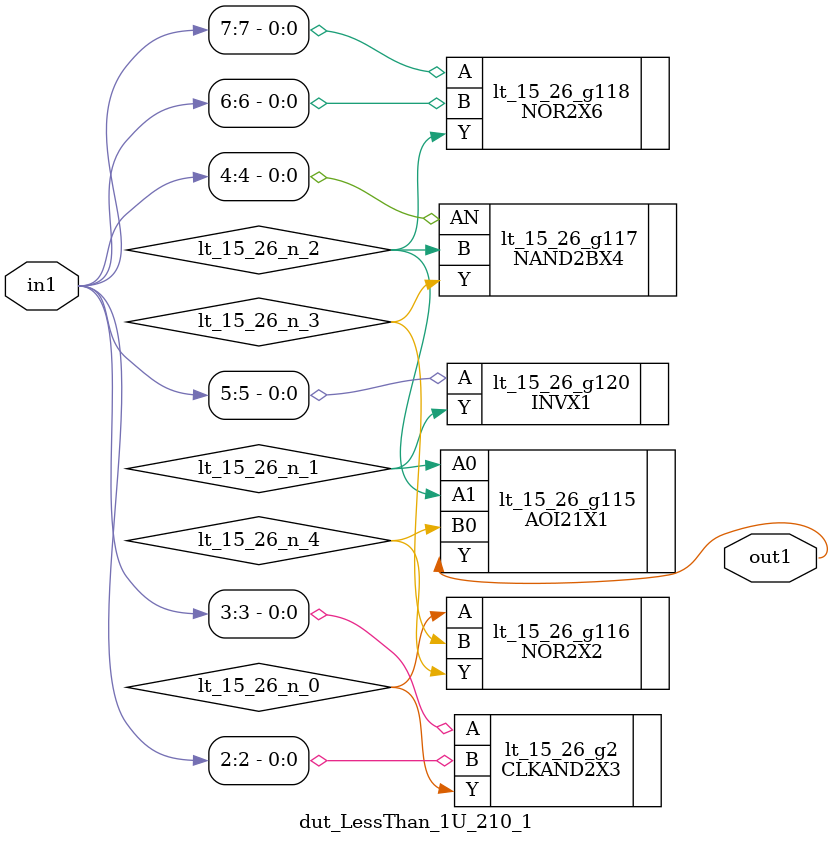
<source format=v>
`timescale 1ps / 1ps


module dut_LessThan_1U_210_1(in1, out1);
  input [7:0] in1;
  output out1;
  wire [7:0] in1;
  wire out1;
  wire lt_15_26_n_0, lt_15_26_n_1, lt_15_26_n_2, lt_15_26_n_3,
       lt_15_26_n_4;
  AOI21X1 lt_15_26_g115(.A0 (lt_15_26_n_1), .A1 (lt_15_26_n_2), .B0
       (lt_15_26_n_4), .Y (out1));
  NOR2X2 lt_15_26_g116(.A (lt_15_26_n_0), .B (lt_15_26_n_3), .Y
       (lt_15_26_n_4));
  NAND2BX4 lt_15_26_g117(.AN (in1[4]), .B (lt_15_26_n_2), .Y
       (lt_15_26_n_3));
  NOR2X6 lt_15_26_g118(.A (in1[7]), .B (in1[6]), .Y (lt_15_26_n_2));
  INVX1 lt_15_26_g120(.A (in1[5]), .Y (lt_15_26_n_1));
  CLKAND2X3 lt_15_26_g2(.A (in1[3]), .B (in1[2]), .Y (lt_15_26_n_0));
endmodule



</source>
